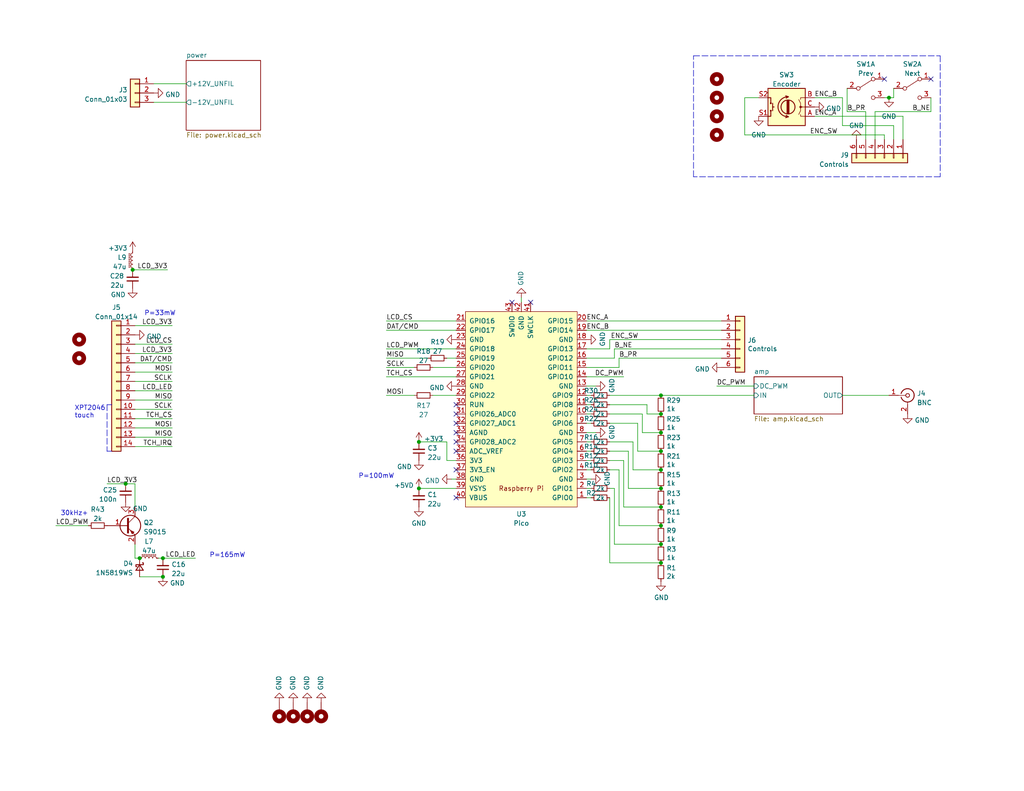
<source format=kicad_sch>
(kicad_sch (version 20211123) (generator eeschema)
  (paper "USLetter")
  (lib_symbols
    (symbol "Connector:Conn_Coaxial" (pin_names (offset 1.016) hide)
      (property "Reference" "J" (at 0.254 3.048 0))
      (property "Value" "Conn_Coaxial" (at 2.921 0 90))
      (symbol "Conn_Coaxial_0_1"
        (arc (start -1.778 -0.508) (mid 0.222 -1.808) (end 1.778 0) (stroke (width 0.254)))
        (polyline (pts (xy -2.54 0) (xy -0.508 0)))
        (polyline (pts (xy 0 -2.54) (xy 0 -1.778)))
        (circle (center 0 0) (radius 0.508) (stroke (width 0.2032)))
        (arc (start 1.778 0) (mid 0.222 1.8083) (end -1.778 0.508) (stroke (width 0.254)))
      )
      (symbol "Conn_Coaxial_1_1"
        (pin passive line (at -5.08 0 0) (length 2.54) (name "In") (number "1"))
        (pin passive line (at 0 -5.08 90) (length 2.54) (name "Ext") (number "2"))
      )
    )
    (symbol "Connector_Generic:Conn_01x03" (pin_names (offset 1.016) hide)
      (property "Reference" "J" (at 0 5.08 0))
      (property "Value" "Conn_01x03" (at 0 -5.08 0))
      (symbol "Conn_01x03_1_1"
        (rectangle (start -1.27 -2.413) (end 0 -2.667) (stroke (width 0.1524)))
        (rectangle (start -1.27 0.127) (end 0 -0.127) (stroke (width 0.1524)))
        (rectangle (start -1.27 2.667) (end 0 2.413) (stroke (width 0.1524)))
        (rectangle (start -1.27 3.81) (end 1.27 -3.81) (stroke (width 0.254)) (fill (type background)))
        (pin passive line (at -5.08 2.54 0) (length 3.81) (name "Pin_1") (number "1"))
        (pin passive line (at -5.08 0 0) (length 3.81) (name "Pin_2") (number "2"))
        (pin passive line (at -5.08 -2.54 0) (length 3.81) (name "Pin_3") (number "3"))
      )
    )
    (symbol "Connector_Generic:Conn_01x06" (pin_names (offset 1.016) hide)
      (property "Reference" "J" (at 0 7.62 0))
      (property "Value" "Conn_01x06" (at 0 -10.16 0))
      (symbol "Conn_01x06_1_1"
        (rectangle (start -1.27 -7.493) (end 0 -7.747) (stroke (width 0.1524)))
        (rectangle (start -1.27 -4.953) (end 0 -5.207) (stroke (width 0.1524)))
        (rectangle (start -1.27 -2.413) (end 0 -2.667) (stroke (width 0.1524)))
        (rectangle (start -1.27 0.127) (end 0 -0.127) (stroke (width 0.1524)))
        (rectangle (start -1.27 2.667) (end 0 2.413) (stroke (width 0.1524)))
        (rectangle (start -1.27 5.207) (end 0 4.953) (stroke (width 0.1524)))
        (rectangle (start -1.27 6.35) (end 1.27 -8.89) (stroke (width 0.254)) (fill (type background)))
        (pin passive line (at -5.08 5.08 0) (length 3.81) (name "Pin_1") (number "1"))
        (pin passive line (at -5.08 2.54 0) (length 3.81) (name "Pin_2") (number "2"))
        (pin passive line (at -5.08 0 0) (length 3.81) (name "Pin_3") (number "3"))
        (pin passive line (at -5.08 -2.54 0) (length 3.81) (name "Pin_4") (number "4"))
        (pin passive line (at -5.08 -5.08 0) (length 3.81) (name "Pin_5") (number "5"))
        (pin passive line (at -5.08 -7.62 0) (length 3.81) (name "Pin_6") (number "6"))
      )
    )
    (symbol "Connector_Generic:Conn_01x14" (pin_names (offset 1.016) hide)
      (property "Reference" "J" (at 0 17.78 0))
      (property "Value" "Conn_01x14" (at 0 -20.32 0))
      (symbol "Conn_01x14_1_1"
        (rectangle (start -1.27 -17.653) (end 0 -17.907) (stroke (width 0.1524)))
        (rectangle (start -1.27 -15.113) (end 0 -15.367) (stroke (width 0.1524)))
        (rectangle (start -1.27 -12.573) (end 0 -12.827) (stroke (width 0.1524)))
        (rectangle (start -1.27 -10.033) (end 0 -10.287) (stroke (width 0.1524)))
        (rectangle (start -1.27 -7.493) (end 0 -7.747) (stroke (width 0.1524)))
        (rectangle (start -1.27 -4.953) (end 0 -5.207) (stroke (width 0.1524)))
        (rectangle (start -1.27 -2.413) (end 0 -2.667) (stroke (width 0.1524)))
        (rectangle (start -1.27 0.127) (end 0 -0.127) (stroke (width 0.1524)))
        (rectangle (start -1.27 2.667) (end 0 2.413) (stroke (width 0.1524)))
        (rectangle (start -1.27 5.207) (end 0 4.953) (stroke (width 0.1524)))
        (rectangle (start -1.27 7.747) (end 0 7.493) (stroke (width 0.1524)))
        (rectangle (start -1.27 10.287) (end 0 10.033) (stroke (width 0.1524)))
        (rectangle (start -1.27 12.827) (end 0 12.573) (stroke (width 0.1524)))
        (rectangle (start -1.27 15.367) (end 0 15.113) (stroke (width 0.1524)))
        (rectangle (start -1.27 16.51) (end 1.27 -19.05) (stroke (width 0.254)) (fill (type background)))
        (pin passive line (at -5.08 15.24 0) (length 3.81) (name "Pin_1") (number "1"))
        (pin passive line (at -5.08 -7.62 0) (length 3.81) (name "Pin_10") (number "10"))
        (pin passive line (at -5.08 -10.16 0) (length 3.81) (name "Pin_11") (number "11"))
        (pin passive line (at -5.08 -12.7 0) (length 3.81) (name "Pin_12") (number "12"))
        (pin passive line (at -5.08 -15.24 0) (length 3.81) (name "Pin_13") (number "13"))
        (pin passive line (at -5.08 -17.78 0) (length 3.81) (name "Pin_14") (number "14"))
        (pin passive line (at -5.08 12.7 0) (length 3.81) (name "Pin_2") (number "2"))
        (pin passive line (at -5.08 10.16 0) (length 3.81) (name "Pin_3") (number "3"))
        (pin passive line (at -5.08 7.62 0) (length 3.81) (name "Pin_4") (number "4"))
        (pin passive line (at -5.08 5.08 0) (length 3.81) (name "Pin_5") (number "5"))
        (pin passive line (at -5.08 2.54 0) (length 3.81) (name "Pin_6") (number "6"))
        (pin passive line (at -5.08 0 0) (length 3.81) (name "Pin_7") (number "7"))
        (pin passive line (at -5.08 -2.54 0) (length 3.81) (name "Pin_8") (number "8"))
        (pin passive line (at -5.08 -5.08 0) (length 3.81) (name "Pin_9") (number "9"))
      )
    )
    (symbol "Device:C_Small" (pin_numbers hide) (pin_names (offset 0.254) hide)
      (property "Reference" "C" (at 0.254 1.778 0))
      (property "Value" "C_Small" (at 0.254 -2.032 0))
      (symbol "C_Small_0_1"
        (polyline (pts (xy -1.524 -0.508) (xy 1.524 -0.508)) (stroke (width 0.3302)))
        (polyline (pts (xy -1.524 0.508) (xy 1.524 0.508)) (stroke (width 0.3048)))
      )
      (symbol "C_Small_1_1"
        (pin passive line (at 0 2.54 270) (length 2.032) (name "~") (number "1"))
        (pin passive line (at 0 -2.54 90) (length 2.032) (name "~") (number "2"))
      )
    )
    (symbol "Device:D_Schottky_Small" (pin_numbers hide) (pin_names (offset 0.254) hide)
      (property "Reference" "D" (at -1.27 2.032 0))
      (property "Value" "D_Schottky_Small" (at -7.112 -2.032 0))
      (symbol "D_Schottky_Small_0_1"
        (polyline (pts (xy -0.762 0) (xy 0.762 0)))
        (polyline (pts (xy 0.762 -1.016) (xy -0.762 0) (xy 0.762 1.016) (xy 0.762 -1.016)) (stroke (width 0.254)))
        (polyline (pts (xy -1.27 0.762) (xy -1.27 1.016) (xy -0.762 1.016) (xy -0.762 -1.016) (xy -0.254 -1.016) (xy -0.254 -0.762)) (stroke (width 0.254)))
      )
      (symbol "D_Schottky_Small_1_1"
        (pin passive line (at -2.54 0 0) (length 1.778) (name "K") (number "1"))
        (pin passive line (at 2.54 0 180) (length 1.778) (name "A") (number "2"))
      )
    )
    (symbol "Device:L_Ferrite_Small" (pin_numbers hide) (pin_names (offset 0.254) hide)
      (property "Reference" "L" (at 1.27 1.016 0))
      (property "Value" "L_Ferrite_Small" (at 1.27 -1.27 0))
      (symbol "L_Ferrite_Small_0_1"
        (arc (start 0 -2.032) (mid 0.508 -1.524) (end 0 -1.016))
        (arc (start 0 -1.016) (mid 0.508 -0.508) (end 0 0))
        (polyline (pts (xy 0.762 -1.905) (xy 0.762 -1.651)))
        (polyline (pts (xy 0.762 -1.397) (xy 0.762 -1.143)))
        (polyline (pts (xy 0.762 -0.889) (xy 0.762 -0.635)))
        (polyline (pts (xy 0.762 -0.381) (xy 0.762 -0.127)))
        (polyline (pts (xy 0.762 0.127) (xy 0.762 0.381)))
        (polyline (pts (xy 0.762 0.635) (xy 0.762 0.889)))
        (polyline (pts (xy 0.762 1.143) (xy 0.762 1.397)))
        (polyline (pts (xy 0.762 1.651) (xy 0.762 1.905)))
        (polyline (pts (xy 1.016 -1.651) (xy 1.016 -1.905)))
        (polyline (pts (xy 1.016 -1.143) (xy 1.016 -1.397)))
        (polyline (pts (xy 1.016 -0.635) (xy 1.016 -0.889)))
        (polyline (pts (xy 1.016 -0.127) (xy 1.016 -0.381)))
        (polyline (pts (xy 1.016 0.381) (xy 1.016 0.127)))
        (polyline (pts (xy 1.016 0.889) (xy 1.016 0.635)))
        (polyline (pts (xy 1.016 1.397) (xy 1.016 1.143)))
        (polyline (pts (xy 1.016 1.905) (xy 1.016 1.651)))
        (arc (start 0 0) (mid 0.508 0.508) (end 0 1.016))
        (arc (start 0 1.016) (mid 0.508 1.524) (end 0 2.032))
      )
      (symbol "L_Ferrite_Small_1_1"
        (pin passive line (at 0 2.54 270) (length 0.508) (name "~") (number "1"))
        (pin passive line (at 0 -2.54 90) (length 0.508) (name "~") (number "2"))
      )
    )
    (symbol "Device:Q_PNP_BEC" (pin_names (offset 0) hide)
      (property "Reference" "Q" (at 5.08 1.27 0))
      (property "Value" "Q_PNP_BEC" (at 5.08 -1.27 0))
      (symbol "Q_PNP_BEC_0_1"
        (polyline (pts (xy 0.635 0.635) (xy 2.54 2.54)))
        (polyline (pts (xy 0.635 -0.635) (xy 2.54 -2.54) (xy 2.54 -2.54)))
        (polyline (pts (xy 0.635 1.905) (xy 0.635 -1.905) (xy 0.635 -1.905)) (stroke (width 0.508)))
        (polyline (pts (xy 2.286 -1.778) (xy 1.778 -2.286) (xy 1.27 -1.27) (xy 2.286 -1.778) (xy 2.286 -1.778)) (fill (type outline)))
        (circle (center 1.27 0) (radius 2.8194) (stroke (width 0.254)))
      )
      (symbol "Q_PNP_BEC_1_1"
        (pin input line (at -5.08 0 0) (length 5.715) (name "B") (number "1"))
        (pin passive line (at 2.54 -5.08 90) (length 2.54) (name "E") (number "2"))
        (pin passive line (at 2.54 5.08 270) (length 2.54) (name "C") (number "3"))
      )
    )
    (symbol "Device:R_Small" (pin_numbers hide) (pin_names (offset 0.254) hide)
      (property "Reference" "R" (at 0.762 0.508 0))
      (property "Value" "R_Small" (at 0.762 -1.016 0))
      (symbol "R_Small_0_1"
        (rectangle (start -0.762 1.778) (end 0.762 -1.778) (stroke (width 0.2032)))
      )
      (symbol "R_Small_1_1"
        (pin passive line (at 0 2.54 270) (length 0.762) (name "~") (number "1"))
        (pin passive line (at 0 -2.54 90) (length 0.762) (name "~") (number "2"))
      )
    )
    (symbol "Device:Rotary_Encoder_Switch" (pin_names (offset 0.254) hide)
      (property "Reference" "SW" (at 0 6.604 0))
      (property "Value" "Device_Rotary_Encoder_Switch" (at 0 -6.604 0))
      (symbol "Rotary_Encoder_Switch_0_1"
        (rectangle (start -5.08 5.08) (end 5.08 -5.08) (stroke (width 0.254)) (fill (type background)))
        (circle (center -3.81 0) (radius 0.254) (fill (type outline)))
        (arc (start -0.381 -2.794) (mid 2.3622 -0.0635) (end -0.381 2.667) (stroke (width 0.254)))
        (circle (center -0.381 0) (radius 1.905) (stroke (width 0.254)))
        (polyline (pts (xy -0.635 -1.778) (xy -0.635 1.778)) (stroke (width 0.254)))
        (polyline (pts (xy -0.381 -1.778) (xy -0.381 1.778)) (stroke (width 0.254)))
        (polyline (pts (xy -0.127 1.778) (xy -0.127 -1.778)) (stroke (width 0.254)))
        (polyline (pts (xy 3.81 0) (xy 3.429 0)) (stroke (width 0.254)))
        (polyline (pts (xy 3.81 1.016) (xy 3.81 -1.016)) (stroke (width 0.254)))
        (polyline (pts (xy -5.08 -2.54) (xy -3.81 -2.54) (xy -3.81 -2.032)))
        (polyline (pts (xy -5.08 2.54) (xy -3.81 2.54) (xy -3.81 2.032)))
        (polyline (pts (xy 0.254 -3.048) (xy -0.508 -2.794) (xy 0.127 -2.413)) (stroke (width 0.254)))
        (polyline (pts (xy 0.254 2.921) (xy -0.508 2.667) (xy 0.127 2.286)) (stroke (width 0.254)))
        (polyline (pts (xy 5.08 -2.54) (xy 4.318 -2.54) (xy 4.318 -1.016)) (stroke (width 0.254)))
        (polyline (pts (xy 5.08 2.54) (xy 4.318 2.54) (xy 4.318 1.016)) (stroke (width 0.254)))
        (polyline (pts (xy -5.08 0) (xy -3.81 0) (xy -3.81 -1.016) (xy -3.302 -2.032)))
        (polyline (pts (xy -4.318 0) (xy -3.81 0) (xy -3.81 1.016) (xy -3.302 2.032)))
        (circle (center 4.318 -1.016) (radius 0.127) (stroke (width 0.254)))
        (circle (center 4.318 1.016) (radius 0.127) (stroke (width 0.254)))
      )
      (symbol "Rotary_Encoder_Switch_1_1"
        (pin passive line (at -7.62 2.54 0) (length 2.54) (name "A") (number "A"))
        (pin passive line (at -7.62 -2.54 0) (length 2.54) (name "B") (number "B"))
        (pin passive line (at -7.62 0 0) (length 2.54) (name "C") (number "C"))
        (pin passive line (at 7.62 2.54 180) (length 2.54) (name "S1") (number "S1"))
        (pin passive line (at 7.62 -2.54 180) (length 2.54) (name "S2") (number "S2"))
      )
    )
    (symbol "MCU_RaspberryPi_and_Boards:Pico" (pin_names (offset 1.016))
      (property "Reference" "U" (at -13.97 27.94 0))
      (property "Value" "Pico" (at 0 19.05 0))
      (symbol "Pico_0_0"
        (text "Raspberry Pi" (at 0 21.59 0) (effects (font (size 1.27 1.27))))
      )
      (symbol "Pico_0_1"
        (rectangle (start -15.24 26.67) (end 15.24 -26.67) (fill (type background)))
      )
      (symbol "Pico_1_1"
        (pin bidirectional line (at -17.78 24.13 0) (length 2.54) (name "GPIO0") (number "1"))
        (pin bidirectional line (at -17.78 1.27 0) (length 2.54) (name "GPIO7") (number "10"))
        (pin bidirectional line (at -17.78 -1.27 0) (length 2.54) (name "GPIO8") (number "11"))
        (pin bidirectional line (at -17.78 -3.81 0) (length 2.54) (name "GPIO9") (number "12"))
        (pin power_in line (at -17.78 -6.35 0) (length 2.54) (name "GND") (number "13"))
        (pin bidirectional line (at -17.78 -8.89 0) (length 2.54) (name "GPIO10") (number "14"))
        (pin bidirectional line (at -17.78 -11.43 0) (length 2.54) (name "GPIO11") (number "15"))
        (pin bidirectional line (at -17.78 -13.97 0) (length 2.54) (name "GPIO12") (number "16"))
        (pin bidirectional line (at -17.78 -16.51 0) (length 2.54) (name "GPIO13") (number "17"))
        (pin power_in line (at -17.78 -19.05 0) (length 2.54) (name "GND") (number "18"))
        (pin bidirectional line (at -17.78 -21.59 0) (length 2.54) (name "GPIO14") (number "19"))
        (pin bidirectional line (at -17.78 21.59 0) (length 2.54) (name "GPIO1") (number "2"))
        (pin bidirectional line (at -17.78 -24.13 0) (length 2.54) (name "GPIO15") (number "20"))
        (pin bidirectional line (at 17.78 -24.13 180) (length 2.54) (name "GPIO16") (number "21"))
        (pin bidirectional line (at 17.78 -21.59 180) (length 2.54) (name "GPIO17") (number "22"))
        (pin power_in line (at 17.78 -19.05 180) (length 2.54) (name "GND") (number "23"))
        (pin bidirectional line (at 17.78 -16.51 180) (length 2.54) (name "GPIO18") (number "24"))
        (pin bidirectional line (at 17.78 -13.97 180) (length 2.54) (name "GPIO19") (number "25"))
        (pin bidirectional line (at 17.78 -11.43 180) (length 2.54) (name "GPIO20") (number "26"))
        (pin bidirectional line (at 17.78 -8.89 180) (length 2.54) (name "GPIO21") (number "27"))
        (pin power_in line (at 17.78 -6.35 180) (length 2.54) (name "GND") (number "28"))
        (pin bidirectional line (at 17.78 -3.81 180) (length 2.54) (name "GPIO22") (number "29"))
        (pin power_in line (at -17.78 19.05 0) (length 2.54) (name "GND") (number "3"))
        (pin input line (at 17.78 -1.27 180) (length 2.54) (name "RUN") (number "30"))
        (pin bidirectional line (at 17.78 1.27 180) (length 2.54) (name "GPIO26_ADC0") (number "31"))
        (pin bidirectional line (at 17.78 3.81 180) (length 2.54) (name "GPIO27_ADC1") (number "32"))
        (pin power_in line (at 17.78 6.35 180) (length 2.54) (name "AGND") (number "33"))
        (pin bidirectional line (at 17.78 8.89 180) (length 2.54) (name "GPIO28_ADC2") (number "34"))
        (pin unspecified line (at 17.78 11.43 180) (length 2.54) (name "ADC_VREF") (number "35"))
        (pin unspecified line (at 17.78 13.97 180) (length 2.54) (name "3V3") (number "36"))
        (pin input line (at 17.78 16.51 180) (length 2.54) (name "3V3_EN") (number "37"))
        (pin bidirectional line (at 17.78 19.05 180) (length 2.54) (name "GND") (number "38"))
        (pin unspecified line (at 17.78 21.59 180) (length 2.54) (name "VSYS") (number "39"))
        (pin bidirectional line (at -17.78 16.51 0) (length 2.54) (name "GPIO2") (number "4"))
        (pin unspecified line (at 17.78 24.13 180) (length 2.54) (name "VBUS") (number "40"))
        (pin input line (at -2.54 -29.21 90) (length 2.54) (name "SWCLK") (number "41"))
        (pin power_in line (at 0 -29.21 90) (length 2.54) (name "GND") (number "42"))
        (pin bidirectional line (at 2.54 -29.21 90) (length 2.54) (name "SWDIO") (number "43"))
        (pin bidirectional line (at -17.78 13.97 0) (length 2.54) (name "GPIO3") (number "5"))
        (pin bidirectional line (at -17.78 11.43 0) (length 2.54) (name "GPIO4") (number "6"))
        (pin bidirectional line (at -17.78 8.89 0) (length 2.54) (name "GPIO5") (number "7"))
        (pin power_in line (at -17.78 6.35 0) (length 2.54) (name "GND") (number "8"))
        (pin bidirectional line (at -17.78 3.81 0) (length 2.54) (name "GPIO6") (number "9"))
      )
    )
    (symbol "Mechanical:MountingHole" (pin_names (offset 1.016))
      (property "Reference" "H" (at 0 5.08 0))
      (property "Value" "MountingHole" (at 0 3.175 0))
      (symbol "MountingHole_0_1"
        (circle (center 0 0) (radius 1.27) (stroke (width 1.27)))
      )
    )
    (symbol "Mechanical:MountingHole_Pad" (pin_numbers hide) (pin_names (offset 1.016) hide)
      (property "Reference" "H" (at 0 6.35 0))
      (property "Value" "MountingHole_Pad" (at 0 4.445 0))
      (symbol "MountingHole_Pad_0_1"
        (circle (center 0 1.27) (radius 1.27) (stroke (width 1.27)))
      )
      (symbol "MountingHole_Pad_1_1"
        (pin input line (at 0 -2.54 90) (length 2.54) (name "1") (number "1"))
      )
    )
    (symbol "Switch:SW_DPDT_x2" (pin_names (offset 0) hide)
      (property "Reference" "SW" (at 0 4.318 0))
      (property "Value" "SW_DPDT_x2" (at 0 -5.08 0))
      (symbol "SW_DPDT_x2_0_0"
        (circle (center -2.032 0) (radius 0.508))
        (circle (center 2.032 -2.54) (radius 0.508))
      )
      (symbol "SW_DPDT_x2_0_1"
        (polyline (pts (xy -1.524 0.254) (xy 1.651 2.286)))
        (circle (center 2.032 2.54) (radius 0.508))
      )
      (symbol "SW_DPDT_x2_1_1"
        (pin passive line (at 5.08 2.54 180) (length 2.54) (name "A") (number "1"))
        (pin passive line (at -5.08 0 0) (length 2.54) (name "B") (number "2"))
        (pin passive line (at 5.08 -2.54 180) (length 2.54) (name "C") (number "3"))
      )
      (symbol "SW_DPDT_x2_2_1"
        (pin passive line (at 5.08 2.54 180) (length 2.54) (name "A") (number "4"))
        (pin passive line (at -5.08 0 0) (length 2.54) (name "B") (number "5"))
        (pin passive line (at 5.08 -2.54 180) (length 2.54) (name "C") (number "6"))
      )
    )
    (symbol "power:+3.3V" (power) (pin_names (offset 0))
      (property "Value" "+3.3V" (at 0 3.556 0))
      (symbol "+3.3V_0_1"
        (polyline (pts (xy -0.762 1.27) (xy 0 2.54)))
        (polyline (pts (xy 0 0) (xy 0 2.54)))
        (polyline (pts (xy 0 2.54) (xy 0.762 1.27)))
      )
      (symbol "+3.3V_1_1"
        (pin power_in line (at 0 0 90) (length 0) hide (name "+3V3") (number "1"))
      )
    )
    (symbol "power:+5VD" (power) (pin_names (offset 0))
      (property "Value" "+5VD" (at 0 3.556 0))
      (symbol "+5VD_0_1"
        (polyline (pts (xy -0.762 1.27) (xy 0 2.54)))
        (polyline (pts (xy 0 0) (xy 0 2.54)))
        (polyline (pts (xy 0 2.54) (xy 0.762 1.27)))
      )
      (symbol "+5VD_1_1"
        (pin power_in line (at 0 0 90) (length 0) hide (name "+5VD") (number "1"))
      )
    )
    (symbol "power:GND" (power) (pin_names (offset 0))
      (property "Value" "GND" (at 0 -3.81 0))
      (symbol "GND_0_1"
        (polyline (pts (xy 0 0) (xy 0 -1.27) (xy 1.27 -1.27) (xy 0 -2.54) (xy -1.27 -1.27) (xy 0 -1.27)))
      )
      (symbol "GND_1_1"
        (pin power_in line (at 0 0 270) (length 0) hide (name "GND") (number "1"))
      )
    )
  )
  (junction (at 38.1 152.4))
  (junction (at 180.34 138.43))
  (junction (at 114.3 133.35))
  (junction (at 242.5583 26.67))
  (junction (at 44.45 157.48))
  (junction (at 180.34 107.95))
  (junction (at 180.34 133.35))
  (junction (at 180.34 148.59))
  (junction (at 114.3 120.65))
  (junction (at 180.34 153.67))
  (junction (at 180.34 118.11))
  (junction (at 36.195 73.66))
  (junction (at 44.45 152.4))
  (junction (at 180.34 128.27))
  (junction (at 34.29 132.08))
  (junction (at 180.34 123.19))
  (junction (at 180.34 113.03))
  (junction (at 180.34 143.51))
  (no_connect (at 144.78 82.55))
  (no_connect (at 124.46 128.27))
  (no_connect (at 139.7 82.55))
  (no_connect (at 124.46 115.57))
  (no_connect (at 124.46 118.11))
  (no_connect (at 241.3 21.59))
  (no_connect (at 124.46 113.03))
  (no_connect (at 124.46 123.19))
  (no_connect (at 124.46 135.89))
  (no_connect (at 124.46 120.65))
  (no_connect (at 124.46 110.49))
  (no_connect (at 254 21.59))
  (wire (pts (xy 160.02 113.03) (xy 161.29 113.03)))
  (wire (pts (xy 241.3 36.83) (xy 241.3 38.1)))
  (wire (pts (xy 36.83 114.3) (xy 46.99 114.3)))
  (wire (pts (xy 160.02 110.49) (xy 161.29 110.49)))
  (wire (pts (xy 123.19 130.81) (xy 124.46 130.81)))
  (wire (pts (xy 167.64 95.25) (xy 167.64 97.79)))
  (polyline (pts (xy 256.54 48.26) (xy 189.23 48.26)))
  (wire (pts (xy 118.11 107.95) (xy 124.46 107.95)))
  (wire (pts (xy 161.29 130.81) (xy 160.02 130.81)))
  (wire (pts (xy 170.18 102.87) (xy 160.02 102.87)))
  (wire (pts (xy 160.02 90.17) (xy 196.85 90.17)))
  (wire (pts (xy 105.41 102.87) (xy 124.46 102.87)))
  (wire (pts (xy 36.83 152.4) (xy 36.83 148.59)))
  (wire (pts (xy 166.37 125.73) (xy 170.18 125.73)))
  (wire (pts (xy 176.53 110.49) (xy 176.53 113.03)))
  (wire (pts (xy 254 26.67) (xy 254 30.48)))
  (wire (pts (xy 36.83 96.52) (xy 46.99 96.52)))
  (wire (pts (xy 161.29 128.27) (xy 160.02 128.27)))
  (wire (pts (xy 241.3 26.67) (xy 242.5583 26.67)))
  (wire (pts (xy 166.37 133.35) (xy 167.64 133.35)))
  (wire (pts (xy 36.83 88.9) (xy 46.99 88.9)))
  (wire (pts (xy 36.83 106.68) (xy 46.99 106.68)))
  (wire (pts (xy 160.02 95.25) (xy 166.37 95.25)))
  (wire (pts (xy 172.72 120.65) (xy 172.72 128.27)))
  (wire (pts (xy 173.99 115.57) (xy 173.99 123.19)))
  (wire (pts (xy 114.3 133.35) (xy 124.46 133.35)))
  (wire (pts (xy 160.02 118.11) (xy 162.56 118.11)))
  (wire (pts (xy 167.64 148.59) (xy 180.34 148.59)))
  (wire (pts (xy 168.91 97.79) (xy 168.91 100.33)))
  (wire (pts (xy 41.91 27.94) (xy 50.8 27.94)))
  (wire (pts (xy 44.45 152.4) (xy 53.34 152.4)))
  (wire (pts (xy 166.37 120.65) (xy 172.72 120.65)))
  (wire (pts (xy 36.83 109.22) (xy 46.99 109.22)))
  (wire (pts (xy 175.26 113.03) (xy 175.26 118.11)))
  (wire (pts (xy 246.38 31.75) (xy 246.38 38.1)))
  (wire (pts (xy 167.64 95.25) (xy 196.85 95.25)))
  (wire (pts (xy 238.76 30.48) (xy 238.76 38.1)))
  (wire (pts (xy 166.37 113.03) (xy 175.26 113.03)))
  (wire (pts (xy 195.58 105.41) (xy 205.74 105.41)))
  (wire (pts (xy 168.91 128.27) (xy 168.91 143.51)))
  (wire (pts (xy 229.87 34.29) (xy 243.84 34.29)))
  (wire (pts (xy 105.41 87.63) (xy 124.46 87.63)))
  (wire (pts (xy 36.83 132.08) (xy 34.29 132.08)))
  (wire (pts (xy 166.37 153.67) (xy 180.34 153.67)))
  (wire (pts (xy 166.37 115.57) (xy 173.99 115.57)))
  (wire (pts (xy 170.18 125.73) (xy 170.18 138.43)))
  (wire (pts (xy 121.92 120.65) (xy 121.92 125.73)))
  (wire (pts (xy 105.41 107.95) (xy 113.03 107.95)))
  (wire (pts (xy 162.56 105.41) (xy 160.02 105.41)))
  (wire (pts (xy 36.83 111.76) (xy 46.99 111.76)))
  (wire (pts (xy 229.87 26.67) (xy 229.87 34.29)))
  (wire (pts (xy 203.2 26.67) (xy 203.2 36.83)))
  (wire (pts (xy 229.87 107.95) (xy 242.57 107.95)))
  (wire (pts (xy 254 30.48) (xy 238.76 30.48)))
  (wire (pts (xy 161.29 135.89) (xy 160.02 135.89)))
  (wire (pts (xy 166.37 128.27) (xy 168.91 128.27)))
  (wire (pts (xy 168.91 143.51) (xy 180.34 143.51)))
  (wire (pts (xy 222.25 31.75) (xy 246.38 31.75)))
  (wire (pts (xy 36.83 93.98) (xy 46.99 93.98)))
  (wire (pts (xy 36.83 116.84) (xy 46.99 116.84)))
  (wire (pts (xy 222.25 26.67) (xy 229.87 26.67)))
  (wire (pts (xy 41.91 22.86) (xy 50.8 22.86)))
  (wire (pts (xy 242.5583 26.67) (xy 243.84 26.67)))
  (wire (pts (xy 114.3 120.65) (xy 121.92 120.65)))
  (wire (pts (xy 118.11 100.33) (xy 124.46 100.33)))
  (wire (pts (xy 44.45 152.4) (xy 43.18 152.4)))
  (wire (pts (xy 176.53 113.03) (xy 180.34 113.03)))
  (wire (pts (xy 166.37 92.71) (xy 166.37 95.25)))
  (wire (pts (xy 160.02 87.63) (xy 196.85 87.63)))
  (wire (pts (xy 36.83 132.08) (xy 36.83 138.43)))
  (wire (pts (xy 243.84 24.13) (xy 243.84 26.67)))
  (wire (pts (xy 171.45 133.35) (xy 180.34 133.35)))
  (wire (pts (xy 36.83 119.38) (xy 46.99 119.38)))
  (wire (pts (xy 203.2 36.83) (xy 241.3 36.83)))
  (wire (pts (xy 34.29 132.08) (xy 29.21 132.08)))
  (wire (pts (xy 38.1 152.4) (xy 36.83 152.4)))
  (wire (pts (xy 231.14 24.13) (xy 231.14 30.48)))
  (wire (pts (xy 236.22 30.48) (xy 236.22 38.1)))
  (wire (pts (xy 175.26 118.11) (xy 180.34 118.11)))
  (wire (pts (xy 142.24 82.55) (xy 142.24 81.28)))
  (wire (pts (xy 170.18 138.43) (xy 180.34 138.43)))
  (wire (pts (xy 105.41 97.79) (xy 116.84 97.79)))
  (polyline (pts (xy 29.21 123.19) (xy 30.48 123.19)))
  (wire (pts (xy 15.24 143.51) (xy 24.13 143.51)))
  (wire (pts (xy 36.195 73.66) (xy 45.72 73.66)))
  (wire (pts (xy 161.29 125.73) (xy 160.02 125.73)))
  (wire (pts (xy 38.1 157.48) (xy 44.45 157.48)))
  (wire (pts (xy 166.37 92.71) (xy 196.85 92.71)))
  (wire (pts (xy 160.02 97.79) (xy 167.64 97.79)))
  (wire (pts (xy 36.83 104.14) (xy 46.99 104.14)))
  (wire (pts (xy 166.37 135.89) (xy 166.37 153.67)))
  (wire (pts (xy 160.02 100.33) (xy 168.91 100.33)))
  (polyline (pts (xy 30.48 110.49) (xy 29.21 110.49)))
  (wire (pts (xy 173.99 123.19) (xy 180.34 123.19)))
  (wire (pts (xy 161.29 120.65) (xy 160.02 120.65)))
  (wire (pts (xy 243.84 34.29) (xy 243.84 38.1)))
  (wire (pts (xy 161.29 123.19) (xy 160.02 123.19)))
  (wire (pts (xy 167.64 133.35) (xy 167.64 148.59)))
  (wire (pts (xy 180.34 107.95) (xy 205.74 107.95)))
  (wire (pts (xy 105.41 95.25) (xy 124.46 95.25)))
  (polyline (pts (xy 189.23 15.24) (xy 256.54 15.24)))
  (wire (pts (xy 105.41 100.33) (xy 113.03 100.33)))
  (wire (pts (xy 166.37 123.19) (xy 171.45 123.19)))
  (polyline (pts (xy 189.23 48.26) (xy 189.23 15.24)))
  (wire (pts (xy 160.02 115.57) (xy 161.29 115.57)))
  (polyline (pts (xy 256.54 15.24) (xy 256.54 48.26)))
  (wire (pts (xy 160.02 107.95) (xy 161.29 107.95)))
  (wire (pts (xy 121.92 97.79) (xy 124.46 97.79)))
  (wire (pts (xy 36.83 99.06) (xy 46.99 99.06)))
  (wire (pts (xy 166.37 107.95) (xy 180.34 107.95)))
  (wire (pts (xy 203.2 26.67) (xy 207.01 26.67)))
  (wire (pts (xy 236.22 30.48) (xy 231.14 30.48)))
  (wire (pts (xy 36.83 101.6) (xy 46.99 101.6)))
  (wire (pts (xy 161.29 133.35) (xy 160.02 133.35)))
  (wire (pts (xy 166.37 110.49) (xy 176.53 110.49)))
  (wire (pts (xy 172.72 128.27) (xy 180.34 128.27)))
  (wire (pts (xy 168.91 97.79) (xy 196.85 97.79)))
  (wire (pts (xy 124.46 125.73) (xy 121.92 125.73)))
  (wire (pts (xy 171.45 123.19) (xy 171.45 133.35)))
  (wire (pts (xy 105.41 90.17) (xy 124.46 90.17)))
  (wire (pts (xy 36.83 121.92) (xy 46.99 121.92)))
  (polyline (pts (xy 29.21 110.49) (xy 29.21 123.19)))
  (text "30kHz+" (at 16.51 140.97 0) (effects (font (size 1.27 1.27)) (justify left bottom)))
  (text "P=33mW" (at 39.37 86.36 0) (effects (font (size 1.27 1.27)) (justify left bottom)))
  (text "P=165mW" (at 57.15 152.4 0) (effects (font (size 1.27 1.27)) (justify left bottom)))
  (text "P=100mW" (at 97.79 130.81 0) (effects (font (size 1.27 1.27)) (justify left bottom)))
  (text "XPT2046\ntouch" (at 20.32 114.3 0) (effects (font (size 1.27 1.27)) (justify left bottom)))
  (label "B_NE" (at 248.92 30.48 0))
  (label "LCD_PWM" (at 105.41 95.25 0))
  (label "LCD_LED" (at 46.99 106.68 180))
  (label "LCD_CS" (at 105.41 87.63 0))
  (label "ENC_A" (at 160.02 87.63 0))
  (label "MOSI" (at 105.41 107.95 0))
  (label "MISO" (at 105.41 97.79 0))
  (label "DC_PWM" (at 195.58 105.41 0))
  (label "ENC_B" (at 160.02 90.17 0))
  (label "TCH_IRQ" (at 46.99 121.92 180))
  (label "LCD_CS" (at 46.99 93.98 180))
  (label "SCLK" (at 105.41 100.33 0))
  (label "LCD_LED" (at 53.34 152.4 180))
  (label "MOSI" (at 46.99 101.6 180))
  (label "SCLK" (at 46.99 104.14 180))
  (label "LCD_3V3" (at 45.72 73.66 180))
  (label "SCLK" (at 46.99 111.76 180))
  (label "LCD_3V3" (at 46.99 88.9 180))
  (label "ENC_B" (at 222.25 26.67 0))
  (label "B_NE" (at 167.64 95.25 0))
  (label "DC_PWM" (at 170.18 102.87 180))
  (label "LCD_3V3" (at 29.21 132.08 0))
  (label "ENC_SW" (at 220.98 36.83 0))
  (label "TCH_CS" (at 105.41 102.87 0))
  (label "LCD_3V3" (at 46.99 96.52 180))
  (label "TCH_CS" (at 46.99 114.3 180))
  (label "ENC_SW" (at 166.6167 92.71 0))
  (label "MOSI" (at 46.99 116.84 180))
  (label "LCD_PWM" (at 15.24 143.51 0))
  (label "MISO" (at 46.99 109.22 180))
  (label "DAT{slash}CMD" (at 105.41 90.17 0))
  (label "ENC_A" (at 222.25 31.75 0))
  (label "B_PR" (at 168.91 97.79 0))
  (label "DAT{slash}CMD" (at 46.99 99.06 180))
  (label "MISO" (at 46.99 119.38 180))
  (label "B_PR" (at 231.14 30.48 0))
  (symbol (lib_id "power:GND") (at 161.29 130.81 90) (unit 1)
    (property "Reference" "#PWR053" (effects hide))
    (property "Value" "GND" (at 165.6842 130.683 0))
  )
  (symbol (lib_id "power:GND") (at 162.56 118.11 90) (unit 1)
    (property "Reference" "#PWR046" (effects hide))
    (property "Value" "GND" (at 166.9542 117.983 0))
  )
  (symbol (lib_id "power:GND") (at 162.56 105.41 90) (unit 1)
    (property "Reference" "#PWR041" (effects hide))
    (property "Value" "GND" (at 166.9542 105.283 0))
  )
  (symbol (lib_id "power:GND") (at 123.19 130.81 270) (unit 1)
    (property "Reference" "#PWR052" (effects hide))
    (property "Value" "GND" (at 120.0151 131.2438 90) (effects (justify right)))
  )
  (symbol (lib_id "power:GND") (at 180.34 158.75 0) (unit 1)
    (property "Reference" "#PWR059" (effects hide))
    (property "Value" "GND" (at 180.467 163.1442 0))
  )
  (symbol (lib_id "Device:R_Small") (at 163.83 107.95 90) (unit 1)
    (property "Reference" "R30" (at 161.29 106.68 90))
    (property "Value" "2k" (at 163.83 107.95 90))
    (property "Footprint" "Resistor_SMD:R_0603_1608Metric" (effects hide))
    (property "AVL1" "any/open" (effects hide))
    (property "Description" "0.1%" (effects hide))
    (property "LCSC" "C319701" (effects hide))
  )
  (symbol (lib_id "Device:R_Small") (at 163.83 110.49 90) (unit 1)
    (property "Reference" "R26" (at 161.29 109.22 90))
    (property "Value" "2k" (at 163.83 110.49 90))
    (property "Footprint" "Resistor_SMD:R_0603_1608Metric" (effects hide))
    (property "AVL1" "any/open" (effects hide))
    (property "Description" "0.1%" (effects hide))
    (property "LCSC" "C319701" (effects hide))
  )
  (symbol (lib_id "Device:R_Small") (at 163.83 113.03 90) (unit 1)
    (property "Reference" "R24" (at 161.29 111.76 90))
    (property "Value" "2k" (at 163.83 113.03 90))
    (property "Footprint" "Resistor_SMD:R_0603_1608Metric" (effects hide))
    (property "AVL1" "any/open" (effects hide))
    (property "Description" "0.1%" (effects hide))
    (property "LCSC" "C319701" (effects hide))
  )
  (symbol (lib_id "Device:R_Small") (at 163.83 115.57 90) (unit 1)
    (property "Reference" "R22" (at 161.29 114.3 90))
    (property "Value" "2k" (at 163.83 115.57 90))
    (property "Footprint" "Resistor_SMD:R_0603_1608Metric" (effects hide))
    (property "AVL1" "any/open" (effects hide))
    (property "Description" "0.1%" (effects hide))
    (property "LCSC" "C319701" (effects hide))
  )
  (symbol (lib_id "Device:R_Small") (at 163.83 120.65 90) (unit 1)
    (property "Reference" "R16" (at 161.29 119.38 90))
    (property "Value" "2k" (at 163.83 120.65 90))
    (property "Footprint" "Resistor_SMD:R_0603_1608Metric" (effects hide))
    (property "AVL1" "any/open" (effects hide))
    (property "Description" "0.1%" (effects hide))
    (property "LCSC" "C319701" (effects hide))
  )
  (symbol (lib_id "Device:R_Small") (at 163.83 123.19 90) (unit 1)
    (property "Reference" "R14" (at 161.29 121.92 90))
    (property "Value" "2k" (at 163.83 123.19 90))
    (property "Footprint" "Resistor_SMD:R_0603_1608Metric" (effects hide))
    (property "AVL1" "any/open" (effects hide))
    (property "Description" "0.1%" (effects hide))
    (property "LCSC" "C319701" (effects hide))
  )
  (symbol (lib_id "Device:R_Small") (at 163.83 125.73 90) (unit 1)
    (property "Reference" "R12" (at 161.29 124.46 90))
    (property "Value" "2k" (at 163.83 125.73 90))
    (property "Footprint" "Resistor_SMD:R_0603_1608Metric" (effects hide))
    (property "AVL1" "any/open" (effects hide))
    (property "Description" "0.1%" (effects hide))
    (property "LCSC" "C319701" (effects hide))
  )
  (symbol (lib_id "Device:R_Small") (at 163.83 128.27 90) (unit 1)
    (property "Reference" "R10" (at 161.29 127 90))
    (property "Value" "2k" (at 163.83 128.27 90))
    (property "Footprint" "Resistor_SMD:R_0603_1608Metric" (effects hide))
    (property "AVL1" "any/open" (effects hide))
    (property "Description" "0.1%" (effects hide))
    (property "LCSC" "C319701" (effects hide))
  )
  (symbol (lib_id "Device:R_Small") (at 163.83 133.35 90) (unit 1)
    (property "Reference" "R4" (at 161.29 132.08 90))
    (property "Value" "2k" (at 163.83 133.35 90))
    (property "Footprint" "Resistor_SMD:R_0603_1608Metric" (effects hide))
    (property "AVL1" "any/open" (effects hide))
    (property "Description" "0.1%" (effects hide))
    (property "LCSC" "C319701" (effects hide))
  )
  (symbol (lib_id "Device:R_Small") (at 163.83 135.89 90) (unit 1)
    (property "Reference" "R2" (at 161.29 134.62 90))
    (property "Value" "2k" (at 163.83 135.89 90))
    (property "Footprint" "Resistor_SMD:R_0603_1608Metric" (effects hide))
    (property "AVL1" "any/open" (effects hide))
    (property "Description" "0.1%" (effects hide))
    (property "LCSC" "C319701" (effects hide))
  )
  (symbol (lib_id "power:GND") (at 114.3 138.43 0) (unit 1)
    (property "Reference" "#PWR056" (effects hide))
    (property "Value" "GND" (at 114.3 142.8734 0))
  )
  (symbol (lib_id "power:GND") (at 114.3 125.73 0) (unit 1)
    (property "Reference" "#PWR051" (effects hide))
    (property "Value" "GND" (at 112.3951 127.4338 0) (effects (justify right)))
  )
  (symbol (lib_id "Device:R_Small") (at 180.34 110.49 0) (unit 1)
    (property "Reference" "R29" (at 181.8386 109.3216 0) (effects (justify left)))
    (property "Value" "1k" (at 181.8386 111.633 0) (effects (justify left)))
    (property "Footprint" "Resistor_SMD:R_0603_1608Metric" (effects hide))
    (property "AVL1" "any/open" (effects hide))
    (property "Description" "0.1%" (effects hide))
    (property "LCSC" "C309080" (effects hide))
  )
  (symbol (lib_id "Device:R_Small") (at 180.34 115.57 0) (unit 1)
    (property "Reference" "R25" (at 181.8386 114.4016 0) (effects (justify left)))
    (property "Value" "1k" (at 181.8386 116.713 0) (effects (justify left)))
    (property "Footprint" "Resistor_SMD:R_0603_1608Metric" (effects hide))
    (property "AVL1" "any/open" (effects hide))
    (property "Description" "0.1%" (effects hide))
    (property "LCSC" "C309080" (effects hide))
  )
  (symbol (lib_id "Device:R_Small") (at 180.34 120.65 0) (unit 1)
    (property "Reference" "R23" (at 181.8386 119.4816 0) (effects (justify left)))
    (property "Value" "1k" (at 181.8386 121.793 0) (effects (justify left)))
    (property "Footprint" "Resistor_SMD:R_0603_1608Metric" (effects hide))
    (property "AVL1" "any/open" (effects hide))
    (property "Description" "0.1%" (effects hide))
    (property "LCSC" "C309080" (effects hide))
  )
  (symbol (lib_id "Device:R_Small") (at 180.34 125.73 0) (unit 1)
    (property "Reference" "R21" (at 181.8386 124.5616 0) (effects (justify left)))
    (property "Value" "1k" (at 181.8386 126.873 0) (effects (justify left)))
    (property "Footprint" "Resistor_SMD:R_0603_1608Metric" (effects hide))
    (property "AVL1" "any/open" (effects hide))
    (property "Description" "0.1%" (effects hide))
    (property "LCSC" "C309080" (effects hide))
  )
  (symbol (lib_id "Device:R_Small") (at 180.34 130.81 0) (unit 1)
    (property "Reference" "R15" (at 181.8386 129.6416 0) (effects (justify left)))
    (property "Value" "1k" (at 181.8386 131.953 0) (effects (justify left)))
    (property "Footprint" "Resistor_SMD:R_0603_1608Metric" (effects hide))
    (property "AVL1" "any/open" (effects hide))
    (property "Description" "0.1%" (effects hide))
    (property "LCSC" "C309080" (effects hide))
  )
  (symbol (lib_id "Device:R_Small") (at 180.34 135.89 0) (unit 1)
    (property "Reference" "R13" (at 181.8386 134.7216 0) (effects (justify left)))
    (property "Value" "1k" (at 181.8386 137.033 0) (effects (justify left)))
    (property "Footprint" "Resistor_SMD:R_0603_1608Metric" (effects hide))
    (property "AVL1" "any/open" (effects hide))
    (property "Description" "0.1%" (effects hide))
    (property "LCSC" "C309080" (effects hide))
  )
  (symbol (lib_id "Device:R_Small") (at 180.34 140.97 0) (unit 1)
    (property "Reference" "R11" (at 181.8386 139.8016 0) (effects (justify left)))
    (property "Value" "1k" (at 181.8386 142.113 0) (effects (justify left)))
    (property "Footprint" "Resistor_SMD:R_0603_1608Metric" (effects hide))
    (property "AVL1" "any/open" (effects hide))
    (property "Description" "0.1%" (effects hide))
    (property "LCSC" "C309080" (effects hide))
  )
  (symbol (lib_id "Device:R_Small") (at 180.34 146.05 0) (unit 1)
    (property "Reference" "R9" (at 181.8386 144.8816 0) (effects (justify left)))
    (property "Value" "1k" (at 181.8386 147.193 0) (effects (justify left)))
    (property "Footprint" "Resistor_SMD:R_0603_1608Metric" (effects hide))
    (property "AVL1" "any/open" (effects hide))
    (property "Description" "0.1%" (effects hide))
    (property "LCSC" "C309080" (effects hide))
  )
  (symbol (lib_id "Device:R_Small") (at 180.34 151.13 0) (unit 1)
    (property "Reference" "R3" (at 181.8386 149.9616 0) (effects (justify left)))
    (property "Value" "1k" (at 181.8386 152.273 0) (effects (justify left)))
    (property "Footprint" "Resistor_SMD:R_0603_1608Metric" (effects hide))
    (property "AVL1" "any/open" (effects hide))
    (property "Description" "0.1%" (effects hide))
    (property "LCSC" "C309080" (effects hide))
  )
  (symbol (lib_id "Device:R_Small") (at 180.34 156.21 0) (unit 1)
    (property "Reference" "R1" (at 181.8386 155.0416 0) (effects (justify left)))
    (property "Value" "2k" (at 181.8386 157.353 0) (effects (justify left)))
    (property "Footprint" "Resistor_SMD:R_0603_1608Metric" (effects hide))
    (property "AVL1" "any/open" (effects hide))
    (property "Description" "0.1%" (effects hide))
    (property "LCSC" "C319701" (effects hide))
  )
  (symbol (lib_id "Device:Rotary_Encoder_Switch") (at 214.63 29.21 180) (unit 1)
    (property "Reference" "SW3" (at 214.63 20.4302 0))
    (property "Value" "Encoder" (at 214.63 22.9671 0))
    (property "Footprint" "Rotary_Encoder:RotaryEncoder_Alps_EC12E-Switch_Vertical_H20mm" (effects hide))
    (property "Datasheet" "https://www.mouser.com/datasheet/2/54/PEC12R-777795.pdf" (effects hide))
    (property "AVL1" "Bourns Inc." (effects hide))
    (property "AVL1 P/N" "PEC12R-4115F-S0012" (effects hide))
  )
  (symbol (lib_id "power:GND") (at 142.24 81.28 180) (unit 1)
    (property "Reference" "#PWR029" (effects hide))
    (property "Value" "GND" (at 142.113 78.0288 90) (effects (justify right)))
  )
  (symbol (lib_id "Mechanical:MountingHole_Pad") (at 87.63 194.31 180) (unit 1)
    (property "Reference" "J7" (effects hide))
    (property "Value" "Conn_01x01" (effects hide))
    (property "Footprint" "MountingHole:MountingHole_3.2mm_M3_Pad_Via" (effects hide))
  )
  (symbol (lib_id "power:GND") (at 87.63 191.77 180) (unit 1)
    (property "Reference" "#PWR067" (effects hide))
    (property "Value" "GND" (at 87.503 188.5188 90) (effects (justify right)))
  )
  (symbol (lib_id "Mechanical:MountingHole_Pad") (at 83.82 194.31 180) (unit 1)
    (property "Reference" "J2" (effects hide))
    (property "Value" "Conn_01x01" (effects hide))
    (property "Footprint" "MountingHole:MountingHole_3.2mm_M3_Pad_Via" (effects hide))
  )
  (symbol (lib_id "power:GND") (at 83.82 191.77 180) (unit 1)
    (property "Reference" "#PWR066" (effects hide))
    (property "Value" "GND" (at 83.693 188.5188 90) (effects (justify right)))
  )
  (symbol (lib_id "Mechanical:MountingHole_Pad") (at 80.01 194.31 180) (unit 1)
    (property "Reference" "J1" (effects hide))
    (property "Value" "Conn_01x01" (effects hide))
    (property "Footprint" "MountingHole:MountingHole_3.2mm_M3_Pad_Via" (effects hide))
  )
  (symbol (lib_id "power:GND") (at 80.01 191.77 180) (unit 1)
    (property "Reference" "#PWR065" (effects hide))
    (property "Value" "GND" (at 79.883 188.5188 90) (effects (justify right)))
  )
  (symbol (lib_id "Mechanical:MountingHole_Pad") (at 76.2 194.31 180) (unit 1)
    (property "Reference" "J8" (effects hide))
    (property "Value" "Conn_01x01" (effects hide))
    (property "Footprint" "MountingHole:MountingHole_3.2mm_M3_Pad_Via" (effects hide))
  )
  (symbol (lib_id "power:GND") (at 76.2 191.77 180) (unit 1)
    (property "Reference" "#PWR064" (effects hide))
    (property "Value" "GND" (at 76.073 188.5188 90) (effects (justify right)))
  )
  (symbol (lib_id "power:GND") (at 160.02 92.71 90) (unit 1)
    (property "Reference" "#PWR034" (effects hide))
    (property "Value" "GND" (at 164.4142 92.583 0))
  )
  (symbol (lib_id "Connector_Generic:Conn_01x06") (at 201.93 92.71 0) (unit 1)
    (property "Reference" "J6" (at 203.962 92.9132 0) (effects (justify left)))
    (property "Value" "Controls" (at 203.962 95.2246 0) (effects (justify left)))
    (property "Footprint" "Connector_PinHeader_2.54mm:PinHeader_1x06_P2.54mm_Vertical" (effects hide))
    (property "AVL1" "any/open" (effects hide))
    (property "AVL2" "XKB Connectivity" (effects hide))
    (property "AVL2 P/N" "X6511FV-06-C85D32" (effects hide))
    (property "LCSC" "C718239" (effects hide))
  )
  (symbol (lib_id "power:GND") (at 196.85 100.33 270) (unit 1)
    (property "Reference" "#PWR037" (effects hide))
    (property "Value" "GND" (at 193.6751 100.7638 90) (effects (justify right)))
  )
  (symbol (lib_id "power:+3.3V") (at 36.195 68.58 0) (mirror y) (unit 1)
    (property "Reference" "#PWR018" (effects hide))
    (property "Value" "+3.3V" (at 34.798 67.7438 0) (effects (justify left)))
  )
  (symbol (lib_id "power:GND") (at 207.01 31.75 0) (mirror y) (unit 1)
    (property "Reference" "#PWR0111" (effects hide))
    (property "Value" "GND" (at 207.01 36.83 0))
  )
  (symbol (lib_id "power:GND") (at 36.195 78.74 0) (mirror y) (unit 1)
    (property "Reference" "#PWR019" (effects hide))
    (property "Value" "GND" (at 34.29 80.4438 0) (effects (justify left)))
  )
  (symbol (lib_id "Mechanical:MountingHole") (at 195.58 26.67 0) (unit 1)
    (property "Reference" "H2" (effects hide))
    (property "Value" "MountingHole" (effects hide))
    (property "Footprint" "MountingHole:MountingHole_3.2mm_M3" (effects hide))
  )
  (symbol (lib_id "Device:C_Small") (at 114.3 123.19 180) (unit 1)
    (property "Reference" "C3" (at 116.6241 122.3489 0) (effects (justify right)))
    (property "Value" "22u" (at 116.6241 124.8858 0) (effects (justify right)))
    (property "Footprint" "Capacitor_SMD:C_1210_3225Metric" (effects hide))
    (property "Description" "16V+" (effects hide))
    (property "AVL1" "any/open" (effects hide))
    (property "AVL2" "Samsung" (effects hide))
    (property "AVL2 P/N" "CL31A226KAHNNNE" (effects hide))
    (property "LCSC" "C12891" (effects hide))
  )
  (symbol (lib_id "power:GND") (at 242.5583 26.67 0) (mirror y) (unit 1)
    (property "Reference" "#PWR0108" (effects hide))
    (property "Value" "GND" (at 242.5583 31.75 0))
  )
  (symbol (lib_id "Connector_Generic:Conn_01x03") (at 36.83 25.4 0) (mirror y) (unit 1)
    (property "Reference" "J3" (at 34.798 24.5653 0) (effects (justify left)))
    (property "Value" "Conn_01x03" (at 34.798 27.1022 0) (effects (justify left)))
    (property "Footprint" "Connector_JST:JST_XH_S3B-XH-A_1x03_P2.50mm_Horizontal" (effects hide))
    (property "AVL1" "Ckmtw" (effects hide))
    (property "AVL1 P/N" "W-2502R03P-B000" (effects hide))
    (property "AVL2" "any/open" (effects hide))
    (property "LCSC" "C132460" (effects hide))
  )
  (symbol (lib_id "power:GND") (at 44.45 157.48 0) (unit 1)
    (property "Reference" "#PWR021" (effects hide))
    (property "Value" "GND" (at 46.355 159.1838 0) (effects (justify left)))
  )
  (symbol (lib_id "power:GND") (at 124.46 105.41 270) (unit 1)
    (property "Reference" "#PWR040" (effects hide))
    (property "Value" "GND" (at 121.2851 105.8438 90) (effects (justify right)))
  )
  (symbol (lib_id "Device:C_Small") (at 34.29 134.62 180) (unit 1)
    (property "Reference" "C25" (at 31.9659 133.7789 0) (effects (justify left)))
    (property "Value" "100n" (at 31.9659 136.3158 0) (effects (justify left)))
    (property "Footprint" "Capacitor_SMD:C_0603_1608Metric" (effects hide))
    (property "Description" "16V+" (effects hide))
    (property "AVL1" "any/open" (effects hide))
    (property "LCSC" "C57112" (effects hide))
  )
  (symbol (lib_id "power:GND") (at 222.25 29.21 90) (mirror x) (unit 1)
    (property "Reference" "#PWR0109" (effects hide))
    (property "Value" "GND" (at 225.425 29.6438 90) (effects (justify right)))
  )
  (symbol (lib_id "MCU_RaspberryPi_and_Boards:Pico") (at 142.24 111.76 180) (unit 1)
    (property "Reference" "U3" (at 142.24 140.3334 0))
    (property "Value" "Pico" (at 142.24 142.8703 0))
    (property "Footprint" "MCU_RaspberryPi_and_Boards:RPi_Pico_SMD" (effects hide))
    (property "Datasheet" "https://datasheets.raspberrypi.com/pico/pico-datasheet.pdf" (effects hide))
  )
  (symbol (lib_id "power:GND") (at 247.65 113.03 0) (unit 1)
    (property "Reference" "#PWR0101" (effects hide))
    (property "Value" "GND" (at 249.555 114.7338 0) (effects (justify left)))
  )
  (symbol (lib_id "power:GND") (at 34.29 137.16 0) (unit 1)
    (property "Reference" "#PWR0117" (effects hide))
    (property "Value" "GND" (at 36.195 138.8638 0) (effects (justify left)))
  )
  (symbol (lib_id "Connector:Conn_Coaxial") (at 247.65 107.95 0) (unit 1)
    (property "Reference" "J4" (at 250.1901 107.4085 0) (effects (justify left)))
    (property "Value" "BNC" (at 250.1901 109.9454 0) (effects (justify left)))
    (property "Footprint" "Module:BNC_DOSIN_801_0050_Horizontal" (effects hide))
    (property "Datasheet" " ~" (effects hide))
    (property "AVL1" "dosinconn " (effects hide))
    (property "AVL1 P/N" "DOSIN-801-0050" (effects hide))
    (property "AVL2" "any/open" (effects hide))
    (property "LCSC" "C521210" (effects hide))
  )
  (symbol (lib_id "Switch:SW_DPDT_x2") (at 248.92 24.13 0) (unit 1)
    (property "Reference" "SW2" (at 248.92 17.5092 0))
    (property "Value" "Next" (at 248.92 20.0461 0))
    (property "Footprint" "Module:Square_PB" (effects hide))
    (property "Datasheet" "https://datasheet.lcsc.com/lcsc/2110151630_XKB-Connectivity-XKB8585-W-170_C318853.pdf" (effects hide))
    (property "AVL1" "XKB Connectivity" (effects hide))
    (property "AVL1 P/N" "XKB8585-W-170" (effects hide))
    (property "Description" "Non-locking, height=17mm" (effects hide))
    (property "LCSC" "C318853" (effects hide))
  )
  (symbol (lib_id "Mechanical:MountingHole") (at 21.59 97.79 0) (unit 1)
    (property "Reference" "H1" (effects hide))
    (property "Value" "MountingHole" (effects hide))
    (property "Footprint" "MountingHole:MountingHole_3.2mm_M3" (effects hide))
  )
  (symbol (lib_id "Device:Q_PNP_BEC") (at 34.29 143.51 0) (unit 1)
    (property "Reference" "Q2" (at 39.1414 142.6753 0) (effects (justify left)))
    (property "Value" "S9015" (at 39.1414 145.2122 0) (effects (justify left)))
    (property "Footprint" "Package_TO_SOT_SMD:SOT-23" (effects hide))
    (property "Datasheet" "https://datasheet.lcsc.com/lcsc/1809211021_Jiangsu-Changjing-Electronics-Technology-Co---Ltd--S9015_C2149.pdf" (effects hide))
    (property "Description" "h_{FE}≥200" (effects hide))
    (property "AVL1" "JCST" (effects hide))
    (property "AVL1 P/N" "S9015" (effects hide))
    (property "AVL2" "any/open" (effects hide))
    (property "LCSC" "C2149" (effects hide))
  )
  (symbol (lib_id "power:+5VD") (at 114.3 133.35 0) (unit 1)
    (property "Reference" "#PWR0119" (effects hide))
    (property "Value" "+5VD" (at 112.9031 132.5138 0) (effects (justify right)))
  )
  (symbol (lib_id "Mechanical:MountingHole") (at 195.58 31.75 0) (unit 1)
    (property "Reference" "H5" (effects hide))
    (property "Value" "MountingHole" (effects hide))
    (property "Footprint" "MountingHole:MountingHole_3.2mm_M3" (effects hide))
  )
  (symbol (lib_id "Mechanical:MountingHole") (at 195.58 21.59 0) (unit 1)
    (property "Reference" "H3" (effects hide))
    (property "Value" "MountingHole" (effects hide))
    (property "Footprint" "MountingHole:MountingHole_3.2mm_M3" (effects hide))
  )
  (symbol (lib_id "power:GND") (at 41.91 25.4 90) (unit 1)
    (property "Reference" "#PWR0120" (effects hide))
    (property "Value" "GND" (at 45.085 25.8338 90) (effects (justify right)))
  )
  (symbol (lib_id "Connector_Generic:Conn_01x06") (at 241.3 43.18 270) (unit 1)
    (property "Reference" "J9" (at 231.648 42.3453 90) (effects (justify right)))
    (property "Value" "Controls" (at 231.648 44.8822 90) (effects (justify right)))
    (property "Footprint" "Connector_PinSocket_2.54mm:PinSocket_1x06_P2.54mm_Vertical" (effects hide))
    (property "AVL1" "any/open" (effects hide))
    (property "AVL2" "XKB Connectivity" (effects hide))
    (property "AVL2 P/N" "X6511WV-06H-C30D60" (effects hide))
    (property "LCSC" "C706878" (effects hide))
  )
  (symbol (lib_id "power:+3.3V") (at 114.3 120.65 0) (unit 1)
    (property "Reference" "#PWR050" (effects hide))
    (property "Value" "+3.3V" (at 115.697 119.8138 0) (effects (justify left)))
  )
  (symbol (lib_id "power:GND") (at 124.46 92.71 270) (unit 1)
    (property "Reference" "#PWR033" (effects hide))
    (property "Value" "GND" (effects hide))
  )
  (symbol (lib_id "Device:R_Small") (at 115.57 107.95 90) (unit 1)
    (property "Reference" "R17" (at 115.57 110.717 90))
    (property "Value" "27" (at 115.57 113.2539 90))
    (property "Footprint" "Resistor_SMD:R_0603_1608Metric" (effects hide))
    (property "Description" "22≤R≤47" (effects hide))
    (property "AVL1" "any/open" (effects hide))
    (property "LCSC" "C22967" (effects hide))
  )
  (symbol (lib_id "Device:R_Small") (at 115.57 100.33 90) (unit 1)
    (property "Reference" "R18" (at 115.57 95.8936 90))
    (property "Value" "27" (at 115.57 98.4305 90))
    (property "Footprint" "Resistor_SMD:R_0603_1608Metric" (effects hide))
    (property "Description" "22≤R≤47" (effects hide))
    (property "AVL1" "any/open" (effects hide))
    (property "LCSC" "C22967" (effects hide))
  )
  (symbol (lib_id "Device:R_Small") (at 26.67 143.51 90) (unit 1)
    (property "Reference" "R43" (at 26.67 139.0736 90))
    (property "Value" "2k" (at 26.67 141.6105 90))
    (property "Footprint" "Resistor_SMD:R_0603_1608Metric" (effects hide))
    (property "AVL1" "any/open" (effects hide))
    (property "LCSC" "C319701" (effects hide))
  )
  (symbol (lib_id "Device:C_Small") (at 44.45 154.94 180) (unit 1)
    (property "Reference" "C16" (at 46.7741 154.0989 0) (effects (justify right)))
    (property "Value" "22u" (at 46.7741 156.6358 0) (effects (justify right)))
    (property "Footprint" "Capacitor_SMD:C_1210_3225Metric" (effects hide))
    (property "Description" "16V+" (effects hide))
    (property "AVL1" "any/open" (effects hide))
    (property "AVL2" "Samsung" (effects hide))
    (property "AVL2 P/N" "CL31A226KAHNNNE" (effects hide))
    (property "LCSC" "C12891" (effects hide))
  )
  (symbol (lib_id "Mechanical:MountingHole") (at 195.58 36.83 0) (unit 1)
    (property "Reference" "H6" (effects hide))
    (property "Value" "MountingHole" (effects hide))
    (property "Footprint" "MountingHole:MountingHole_3.2mm_M3" (effects hide))
  )
  (symbol (lib_id "power:GND") (at 233.68 38.1 0) (mirror x) (unit 1)
    (property "Reference" "#PWR0110" (effects hide))
    (property "Value" "GND" (at 233.68 34.29 0))
  )
  (symbol (lib_id "Device:L_Ferrite_Small") (at 36.195 71.12 0) (mirror y) (unit 1)
    (property "Reference" "L9" (at 34.5441 70.2853 0) (effects (justify left)))
    (property "Value" "47u" (at 34.5441 72.8222 0) (effects (justify left)))
    (property "Footprint" "Inductor_SMD:L_Taiyo-Yuden_NR-50xx" (effects hide))
    (property "Description" "47uH+, 150mA+, R<500mohm" (effects hide))
    (property "LCSC" "C341038" (effects hide))
    (property "AVL1" "YJYCOIN" (effects hide))
    (property "AVL1 P/N" "YNR5040-470M" (effects hide))
    (property "AVL2" "any/open" (effects hide))
  )
  (symbol (lib_id "Switch:SW_DPDT_x2") (at 236.22 24.13 0) (unit 1)
    (property "Reference" "SW1" (at 236.22 17.5092 0))
    (property "Value" "Prev" (at 236.22 20.0461 0))
    (property "Footprint" "Module:Square_PB" (effects hide))
    (property "Datasheet" "https://datasheet.lcsc.com/lcsc/2110151630_XKB-Connectivity-XKB8585-W-170_C318853.pdf" (effects hide))
    (property "AVL1" "XKB Connectivity" (effects hide))
    (property "AVL1 P/N" "XKB8585-W-170" (effects hide))
    (property "Description" "Non-locking, height=17mm" (effects hide))
    (property "LCSC" "C318853" (effects hide))
  )
  (symbol (lib_id "power:GND") (at 36.83 91.44 90) (unit 1)
    (property "Reference" "#PWR020" (effects hide))
    (property "Value" "GND" (at 40.005 91.8738 90) (effects (justify right)))
  )
  (symbol (lib_id "Device:L_Ferrite_Small") (at 40.64 152.4 90) (unit 1)
    (property "Reference" "L7" (at 40.64 147.8112 90))
    (property "Value" "47u" (at 40.64 150.3481 90))
    (property "Footprint" "Inductor_SMD:L_Taiyo-Yuden_NR-50xx" (effects hide))
    (property "Description" "47uH+, 150mA+, R<500mohm" (effects hide))
    (property "LCSC" "C341038" (effects hide))
    (property "AVL1" "YJYCOIN" (effects hide))
    (property "AVL1 P/N" "YNR5040-470M" (effects hide))
    (property "AVL2" "any/open" (effects hide))
  )
  (symbol (lib_id "Device:C_Small") (at 114.3 135.89 180) (unit 1)
    (property "Reference" "C1" (at 116.6241 135.0489 0) (effects (justify right)))
    (property "Value" "22u" (at 116.6241 137.5858 0) (effects (justify right)))
    (property "Footprint" "Capacitor_SMD:C_1210_3225Metric" (effects hide))
    (property "Description" "16V+" (effects hide))
    (property "AVL1" "any/open" (effects hide))
    (property "AVL2" "Samsung" (effects hide))
    (property "AVL2 P/N" "CL31A226KAHNNNE" (effects hide))
    (property "LCSC" "C12891" (effects hide))
  )
  (symbol (lib_id "Mechanical:MountingHole") (at 21.59 92.71 0) (unit 1)
    (property "Reference" "H4" (effects hide))
    (property "Value" "MountingHole" (effects hide))
    (property "Footprint" "MountingHole:MountingHole_3.2mm_M3" (effects hide))
  )
  (symbol (lib_id "Device:C_Small") (at 36.195 76.2 0) (mirror x) (unit 1)
    (property "Reference" "C28" (at 33.8709 75.3589 0) (effects (justify right)))
    (property "Value" "22u" (at 33.8709 77.8958 0) (effects (justify right)))
    (property "Footprint" "Capacitor_SMD:C_1210_3225Metric" (effects hide))
    (property "Description" "16V+" (effects hide))
    (property "AVL1" "any/open" (effects hide))
    (property "AVL2" "Samsung" (effects hide))
    (property "AVL2 P/N" "CL31A226KAHNNNE" (effects hide))
    (property "LCSC" "C12891" (effects hide))
  )
  (symbol (lib_id "Connector_Generic:Conn_01x14") (at 31.75 104.14 0) (mirror y) (unit 1)
    (property "Reference" "J5" (at 31.75 83.9302 0))
    (property "Value" "Conn_01x14" (at 31.75 86.4671 0))
    (property "Footprint" "Connector_PinSocket_2.54mm:PinSocket_1x14_P2.54mm_Vertical" (effects hide))
    (property "Datasheet" "http://www.lcdwiki.com/2.8inch_SPI_Module_ILI9341_SKU:MSP2807" (effects hide))
    (property "AVL1" "any/open" (effects hide))
    (property "AVL2" "HCTL" (effects hide))
    (property "AVL2 P/N" "PM254-1-14-Z-8.5" (effects hide))
    (property "LCSC" "C2897377" (effects hide))
  )
  (symbol (lib_id "Device:D_Schottky_Small") (at 38.1 154.94 270) (unit 1)
    (property "Reference" "D4" (at 36.3221 153.8513 90) (effects (justify right)))
    (property "Value" "1N5819WS" (at 36.3221 156.3882 90) (effects (justify right)))
    (property "Footprint" "Diode_SMD:D_SOD-323" (effects hide))
    (property "Datasheet" "https://datasheet.lcsc.com/lcsc/2204281430_Guangdong-Hottech-1N5819WS_C191023.pdf" (effects hide))
    (property "AVL1" "any/open" (effects hide))
    (property "LCSC" "C191023" (effects hide))
  )
  (symbol (lib_id "Device:R_Small") (at 119.38 97.79 90) (unit 1)
    (property "Reference" "R19" (at 119.38 93.3536 90))
    (property "Value" "27" (at 119.38 95.8905 90))
    (property "Footprint" "Resistor_SMD:R_0603_1608Metric" (effects hide))
    (property "Description" "22≤R≤47" (effects hide))
    (property "AVL1" "any/open" (effects hide))
    (property "LCSC" "C22967" (effects hide))
  )
  (sheet (at 205.74 102.87) (size 24.13 10.16) (stroke (width 0.1524))
    (property "Sheet name" "amp" (at 205.74 102.1584 0) (effects (justify left bottom)))
    (property "Sheet file" "amp.kicad_sch" (at 205.74 113.6146 0) (effects (justify left top)))
    (pin "OUT" output (at 229.87 107.95 0))
    (pin "IN" input (at 205.74 107.95 180))
    (pin "DC_PWM" input (at 205.74 105.41 180))
  )
  (sheet (at 50.8 16.51) (size 20.32 19.05) (stroke (width 0.1524))
    (property "Sheet name" "power" (at 50.8 15.7984 0) (effects (justify left bottom)))
    (property "Sheet file" "power.kicad_sch" (at 50.8 36.1446 0) (effects (justify left top)))
    (pin "+12V_UNFIL" output (at 50.8 22.86 180))
    (pin "-12V_UNFIL" output (at 50.8 27.94 180))
  )
)
</source>
